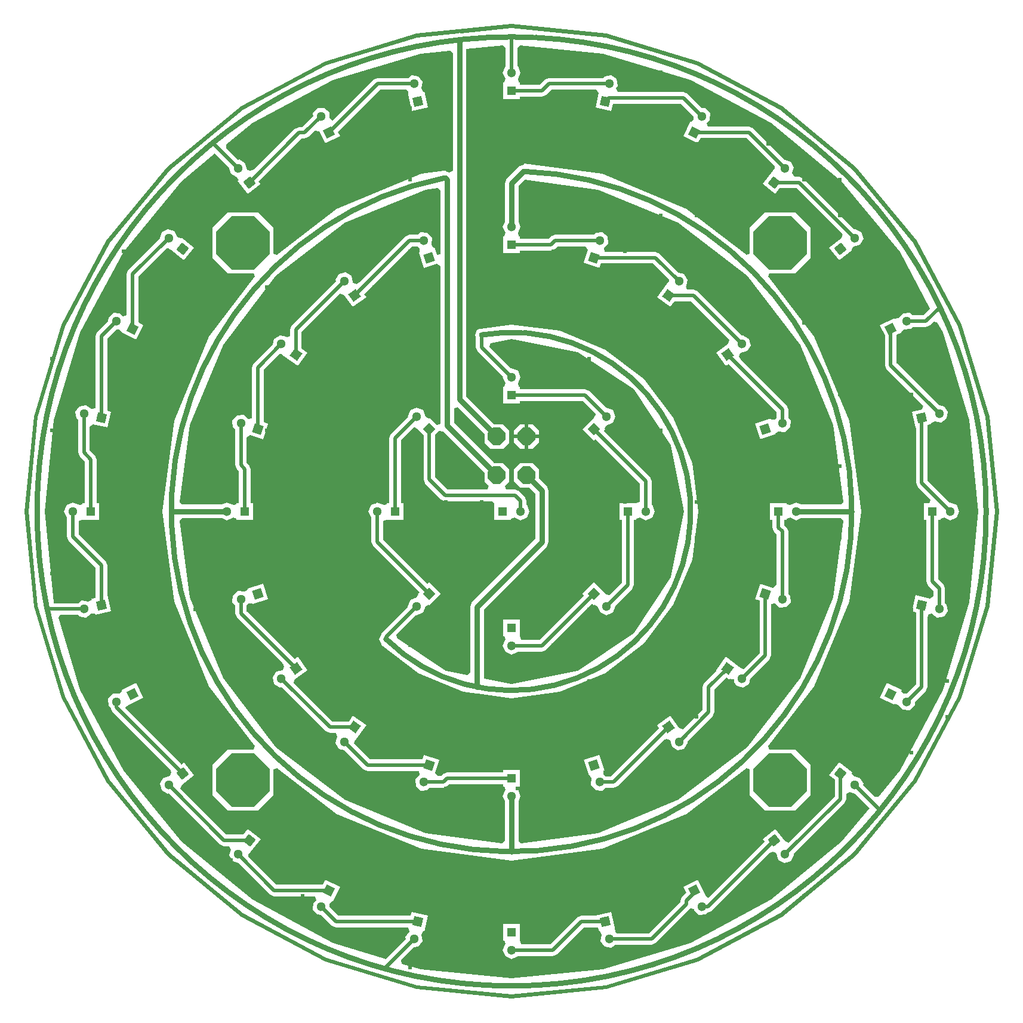
<source format=gtl>
G04*
G04 #@! TF.GenerationSoftware,Altium Limited,Altium Designer,18.1.7 (191)*
G04*
G04 Layer_Physical_Order=1*
G04 Layer_Color=255*
%FSLAX44Y44*%
%MOMM*%
G71*
G01*
G75*
%ADD15P,8.2479X8X22.5*%
%ADD45C,0.7620*%
%ADD46C,0.5080*%
%ADD47P,2.7060X8X202.5*%
%ADD48P,2.7060X8X292.5*%
%ADD49C,1.3000*%
%ADD50P,1.8385X4X270.0*%
%ADD51R,1.3000X1.3000*%
%ADD52R,1.3000X1.3000*%
%ADD53P,1.8385X4X173.6*%
%ADD54P,1.8385X4X237.9*%
%ADD55P,1.8385X4X302.1*%
%ADD56P,1.8385X4X366.4*%
%ADD57P,1.8385X4X70.7*%
%ADD58P,1.8385X4X207.0*%
%ADD59P,1.8385X4X297.0*%
%ADD60P,1.8385X4X160.7*%
%ADD61R,1.3000X1.3000*%
%ADD62P,1.8385X4X289.3*%
%ADD63P,1.8385X4X180.0*%
%ADD64P,1.8385X4X189.0*%
%ADD65P,1.8385X4X279.0*%
%ADD66P,1.8385X4X147.9*%
%ADD67P,1.8385X4X212.1*%
%ADD68P,1.8385X4X276.4*%
%ADD69P,1.8385X4X171.0*%
%ADD70P,1.8385X4X261.0*%
%ADD71P,1.8385X4X199.3*%
%ADD72P,1.8385X4X263.6*%
%ADD73P,1.8385X4X153.0*%
%ADD74P,1.8385X4X243.0*%
%ADD75R,1.3000X1.3000*%
%ADD76C,0.6096*%
G36*
X134840Y677888D02*
X264499Y638556D01*
X383993Y574685D01*
X488730Y488730D01*
X574685Y383993D01*
X638556Y264499D01*
X677888Y134840D01*
X691168Y0D01*
X677888Y-134840D01*
X638556Y-264499D01*
X574685Y-383993D01*
X488730Y-488730D01*
X383993Y-574685D01*
X264499Y-638556D01*
X134840Y-677888D01*
X0Y-691168D01*
X-134840Y-677888D01*
X-264499Y-638556D01*
X-383993Y-574685D01*
X-488730Y-488730D01*
X-574685Y-383993D01*
X-638556Y-264499D01*
X-677888Y-134840D01*
X-691168Y0D01*
X-677888Y134840D01*
X-638556Y264499D01*
X-574685Y383993D01*
X-488730Y488730D01*
X-383993Y574685D01*
X-264499Y638556D01*
X-134840Y677888D01*
X0Y691168D01*
X134840Y677888D01*
D02*
G37*
%LPC*%
G36*
X0Y685289D02*
X-72518Y678147D01*
X-73773Y678667D01*
X-75811Y677822D01*
X-133693Y672121D01*
X-262249Y633124D01*
X-380727Y569797D01*
X-484573Y484572D01*
X-569798Y380726D01*
X-633125Y262248D01*
X-672122Y133693D01*
X-685290Y-1D01*
X-672122Y-133694D01*
X-633125Y-262250D01*
X-569798Y-380728D01*
X-484573Y-484574D01*
X-380727Y-569799D01*
X-262249Y-633126D01*
X-133693Y-672123D01*
X0Y-685291D01*
X133693Y-672123D01*
X262249Y-633126D01*
X380727Y-569799D01*
X484573Y-484574D01*
X569798Y-380728D01*
X633125Y-262250D01*
X672122Y-133694D01*
X685290Y-1D01*
X672122Y133693D01*
X633125Y262248D01*
X569798Y380726D01*
X484573Y484572D01*
X380727Y569797D01*
X262249Y633124D01*
X133693Y672121D01*
X0Y685289D01*
D02*
G37*
%LPD*%
G36*
X-8248Y657724D02*
Y631418D01*
X-8863Y631163D01*
X-12534Y622300D01*
X-8863Y613437D01*
X-10170Y608480D01*
X-11580D01*
Y585320D01*
X11580D01*
Y588652D01*
X43180D01*
X49012Y591068D01*
X56394Y598450D01*
X120235D01*
X123555Y593370D01*
X118956Y573222D01*
X141536Y568068D01*
X143915Y578492D01*
X240522D01*
X258404Y560610D01*
X258175Y556533D01*
X254847Y552634D01*
X253577Y553246D01*
X243528Y532379D01*
X264394Y522331D01*
X267866Y529540D01*
X333327D01*
X373430Y489438D01*
X373190Y487008D01*
X370327Y482949D01*
X370328Y482949D01*
X355888Y464841D01*
X373995Y450401D01*
X380395Y458427D01*
X404440D01*
X469764Y393103D01*
X467808Y387875D01*
X450402Y373995D01*
X464842Y355887D01*
X482949Y370327D01*
X482070Y371429D01*
X485130Y375542D01*
X494349Y378198D01*
X498989Y386594D01*
X496333Y395812D01*
X487937Y400453D01*
X486233Y399962D01*
X413688Y472507D01*
X407856Y474923D01*
X400773D01*
X398167Y480003D01*
X400453Y487937D01*
X395813Y496333D01*
X387454Y498741D01*
X342575Y543620D01*
X336743Y546036D01*
X278629D01*
X276690Y551116D01*
X281299Y555234D01*
X281837Y564813D01*
X275444Y571966D01*
X270076Y572267D01*
X249771Y592572D01*
X243939Y594988D01*
X150594D01*
X147970Y600068D01*
X150695Y603909D01*
X149088Y613366D01*
X141264Y618917D01*
X131806Y617310D01*
X130128Y614945D01*
X52978D01*
X47146Y612530D01*
X39764Y605148D01*
X11580D01*
Y608480D01*
X10170D01*
X8863Y613437D01*
X12534Y622300D01*
X8863Y631163D01*
X8248Y631418D01*
Y657724D01*
X12012Y661135D01*
X129212Y649592D01*
X253459Y611902D01*
X367965Y550698D01*
X468330Y468330D01*
X550698Y367964D01*
X593663Y287583D01*
X584334Y278254D01*
X568822D01*
X564813Y281836D01*
X555235Y281299D01*
X548842Y274146D01*
X543809Y273173D01*
X543197Y274443D01*
X522331Y264394D01*
X529540Y249423D01*
Y207384D01*
X531956Y201552D01*
X583817Y149691D01*
X582411Y144809D01*
X568068Y141536D01*
X573222Y118956D01*
X573222D01*
X573687Y118585D01*
Y40365D01*
X576102Y34532D01*
X594362Y16272D01*
X592418Y11579D01*
X585320Y11579D01*
X585320Y-11581D01*
X588652D01*
Y-99423D01*
X591068Y-105255D01*
X598450Y-112636D01*
Y-120235D01*
X593370Y-123556D01*
X573222Y-118957D01*
X568068Y-141536D01*
X573686Y-142819D01*
Y-245329D01*
X560610Y-258405D01*
X556533Y-258176D01*
X552634Y-254847D01*
X553246Y-253577D01*
X532379Y-243528D01*
X522330Y-264395D01*
X543197Y-274443D01*
X543809Y-273173D01*
X548842Y-274146D01*
X555234Y-281299D01*
X564812Y-281837D01*
X571965Y-275445D01*
X572267Y-270076D01*
X587766Y-254577D01*
X590182Y-248745D01*
Y-151577D01*
X590647Y-146690D01*
X595101Y-145177D01*
X596085Y-145144D01*
X603908Y-150695D01*
X613366Y-149089D01*
X618917Y-141265D01*
X617310Y-131807D01*
X614945Y-130129D01*
Y-109220D01*
X612530Y-103388D01*
X605148Y-96006D01*
Y-11581D01*
X608480D01*
Y-10171D01*
X613437Y-8864D01*
X622300Y-12535D01*
X631163Y-8864D01*
X634834Y-1D01*
X631163Y8862D01*
X622300Y12533D01*
X621685Y12278D01*
X590182Y43781D01*
Y122827D01*
X595801Y124110D01*
X595487Y125484D01*
X600029Y127862D01*
X609487Y126255D01*
X617311Y131806D01*
X618918Y141264D01*
X613366Y149088D01*
X606599Y150237D01*
X546036Y210800D01*
Y250104D01*
X553246Y253576D01*
X552634Y254846D01*
X556533Y258175D01*
X566111Y258713D01*
X568832Y261758D01*
X587750D01*
X593582Y264174D01*
X598774Y269365D01*
X603799Y268620D01*
X611903Y253458D01*
X649593Y129211D01*
X662319Y-1D01*
X649593Y-129213D01*
X611903Y-253459D01*
X550698Y-367966D01*
X520403Y-404881D01*
X515329Y-405130D01*
X498498Y-388299D01*
X498988Y-386595D01*
X494348Y-378199D01*
X485130Y-375543D01*
X482069Y-371430D01*
X482948Y-370328D01*
X464841Y-355888D01*
X450401Y-373995D01*
X458427Y-380396D01*
Y-404440D01*
X393103Y-469764D01*
X387875Y-467808D01*
X373994Y-450402D01*
X355887Y-464842D01*
X358745Y-468427D01*
X279091Y-548081D01*
X276981Y-547400D01*
X274442Y-543198D01*
D01*
X264394Y-522331D01*
X243527Y-532380D01*
X247600Y-540836D01*
X241818Y-546618D01*
X239402Y-552450D01*
Y-554114D01*
X195066Y-598450D01*
X149223D01*
X146837Y-595824D01*
X146689Y-590648D01*
X146689D01*
X141535Y-568068D01*
X118956Y-573222D01*
Y-573222D01*
X118585Y-573687D01*
X98785D01*
X92953Y-576102D01*
X55004Y-614052D01*
X13954D01*
X13092Y-612934D01*
X11579Y-608480D01*
X11579D01*
Y-585320D01*
X-11581D01*
Y-608480D01*
X-10171D01*
X-8864Y-613437D01*
X-12535Y-622300D01*
X-8864Y-631163D01*
X-1Y-634834D01*
X8862Y-631163D01*
X9117Y-630548D01*
X58420D01*
X64252Y-628132D01*
X102202Y-590182D01*
X122827D01*
X124109Y-595801D01*
X125484Y-595487D01*
X127861Y-600029D01*
X126254Y-609487D01*
X131806Y-617311D01*
X141263Y-618918D01*
X146861Y-614946D01*
X198482D01*
X204314Y-612530D01*
X253471Y-563374D01*
X253547Y-563373D01*
X258608Y-564261D01*
X258712Y-566111D01*
X265865Y-572504D01*
X275443Y-571966D01*
X278166Y-568920D01*
X283995Y-566505D01*
X365922Y-484579D01*
X370327Y-482949D01*
X374748Y-484540D01*
X375542Y-485131D01*
X378198Y-494349D01*
X386594Y-498989D01*
X395812Y-496334D01*
X400452Y-487938D01*
X399962Y-486234D01*
X472507Y-413689D01*
X474923Y-407857D01*
Y-400774D01*
X480003Y-398168D01*
X487077Y-400206D01*
X507488Y-420617D01*
X468330Y-468331D01*
X367965Y-550699D01*
X253459Y-611904D01*
X129212Y-649594D01*
X0Y-662320D01*
X-129212Y-649594D01*
X-155555Y-641603D01*
X-156789Y-636675D01*
X-138574Y-618460D01*
X-131807Y-617310D01*
X-126256Y-609487D01*
X-127862Y-600029D01*
X-125485Y-595487D01*
X-124110Y-595801D01*
X-118957Y-573222D01*
X-141536Y-568068D01*
X-142819Y-573686D01*
X-245328D01*
X-258405Y-560610D01*
X-258176Y-556533D01*
X-254847Y-552634D01*
X-253577Y-553246D01*
X-243528Y-532379D01*
X-264395Y-522331D01*
X-267867Y-529540D01*
X-333327D01*
X-373430Y-489437D01*
X-373190Y-487008D01*
X-370328Y-482948D01*
X-370328Y-482948D01*
X-355888Y-464841D01*
X-373995Y-450401D01*
X-380395Y-458427D01*
X-404440D01*
X-469764Y-393103D01*
X-467808Y-387875D01*
X-450402Y-373994D01*
X-464842Y-355887D01*
X-468426Y-358746D01*
X-548080Y-279091D01*
X-547400Y-276981D01*
X-543197Y-274442D01*
D01*
X-522331Y-264394D01*
X-532380Y-243527D01*
X-553246Y-253576D01*
X-552635Y-254846D01*
X-556533Y-258175D01*
X-566111Y-258713D01*
X-572504Y-265866D01*
X-571966Y-275444D01*
X-568920Y-278166D01*
X-566505Y-283995D01*
X-484579Y-365922D01*
X-482949Y-370327D01*
X-484540Y-374748D01*
X-485131Y-375542D01*
X-494349Y-378198D01*
X-498989Y-386594D01*
X-496334Y-395812D01*
X-487937Y-400453D01*
X-486234Y-399962D01*
X-413689Y-472507D01*
X-407856Y-474923D01*
X-400774D01*
X-398168Y-480003D01*
X-400453Y-487937D01*
X-395813Y-496333D01*
X-387455Y-498741D01*
X-342576Y-543620D01*
X-336744Y-546036D01*
X-278630D01*
X-276691Y-551116D01*
X-281299Y-555234D01*
X-281837Y-564812D01*
X-275445Y-571965D01*
X-270076Y-572267D01*
X-254577Y-587766D01*
X-248745Y-590182D01*
X-151577D01*
X-146690Y-590647D01*
X-145177Y-595101D01*
X-145144Y-596085D01*
X-150695Y-603908D01*
X-150210Y-606767D01*
X-178181Y-634739D01*
X-253459Y-611904D01*
X-367965Y-550699D01*
X-468330Y-468331D01*
X-550698Y-367966D01*
X-611903Y-253459D01*
X-643044Y-150802D01*
X-640018Y-146722D01*
X-615044D01*
X-613366Y-149087D01*
X-603909Y-150694D01*
X-596085Y-145143D01*
X-590961Y-145314D01*
X-590647Y-146689D01*
X-568068Y-141535D01*
X-573222Y-118956D01*
X-573222D01*
X-573687Y-118585D01*
Y-75925D01*
X-576102Y-70093D01*
X-614052Y-32144D01*
Y-13954D01*
X-612934Y-13092D01*
X-608480Y-11580D01*
Y-11580D01*
X-585320D01*
Y11580D01*
X-588652D01*
Y73660D01*
X-591068Y79492D01*
X-598450Y86874D01*
Y120235D01*
X-593370Y123555D01*
X-573222Y118957D01*
X-568068Y141536D01*
X-573687Y142818D01*
Y245328D01*
X-560610Y258404D01*
X-556533Y258176D01*
X-552634Y254847D01*
X-553246Y253577D01*
X-532379Y243528D01*
X-522331Y264394D01*
X-529540Y267866D01*
Y333327D01*
X-489438Y373430D01*
X-487008Y373190D01*
X-482949Y370328D01*
X-482949Y370328D01*
X-464841Y355888D01*
X-450401Y373995D01*
X-468509Y388435D01*
X-469388Y387333D01*
X-474078Y389401D01*
X-478719Y397798D01*
X-487937Y400453D01*
X-496333Y395813D01*
X-498741Y387455D01*
X-543620Y342575D01*
X-546036Y336743D01*
Y278630D01*
X-551116Y276691D01*
X-555234Y281299D01*
X-564813Y281837D01*
X-571966Y275445D01*
X-572267Y270076D01*
X-587766Y254577D01*
X-590182Y248745D01*
Y151577D01*
X-590647Y146690D01*
X-595101Y145177D01*
X-596085Y145144D01*
X-603908Y150695D01*
X-613366Y149088D01*
X-618917Y141264D01*
X-617310Y131807D01*
X-614945Y130128D01*
Y83457D01*
X-612530Y77625D01*
X-605148Y70244D01*
Y11580D01*
X-608480D01*
Y10171D01*
X-613437Y8863D01*
X-622300Y12535D01*
X-631163Y8863D01*
X-634834Y0D01*
X-631163Y-8863D01*
X-630548Y-9117D01*
Y-35560D01*
X-628132Y-41392D01*
X-590182Y-79342D01*
Y-122827D01*
X-595801Y-124109D01*
X-595487Y-125484D01*
X-600029Y-127861D01*
X-609487Y-126255D01*
X-615085Y-130226D01*
X-649286D01*
X-649593Y-129213D01*
X-662319Y-1D01*
X-649593Y129211D01*
X-611903Y253458D01*
X-550698Y367964D01*
X-468330Y468330D01*
X-420616Y507488D01*
X-400205Y487077D01*
X-397797Y478719D01*
X-389401Y474079D01*
X-387332Y469388D01*
X-388434Y468509D01*
X-373994Y450402D01*
X-355887Y464842D01*
X-358746Y468426D01*
X-298262Y528910D01*
X-293521D01*
X-287689Y531326D01*
X-278695Y540319D01*
X-272554Y539276D01*
X-264394Y522331D01*
X-243527Y532380D01*
X-246518Y538591D01*
X-186659Y598450D01*
X-149224D01*
X-146837Y595824D01*
X-146689Y590647D01*
X-146689D01*
X-141535Y568068D01*
X-118956Y573222D01*
X-124110Y595801D01*
X-125484Y595487D01*
X-127862Y600029D01*
X-126255Y609487D01*
X-131806Y617311D01*
X-141264Y618918D01*
X-146862Y614945D01*
X-190076D01*
X-195908Y612530D01*
X-253901Y554536D01*
X-258223Y557398D01*
X-258713Y566111D01*
X-265866Y572504D01*
X-275444Y571966D01*
X-281836Y564813D01*
X-281607Y560736D01*
X-296937Y545406D01*
X-301678D01*
X-307510Y542990D01*
X-365922Y484578D01*
X-370327Y482949D01*
X-374748Y484540D01*
X-375542Y485131D01*
X-378198Y494349D01*
X-386594Y498989D01*
X-388298Y498498D01*
X-405128Y515329D01*
X-404879Y520403D01*
X-367965Y550698D01*
X-253459Y611902D01*
X-129212Y649592D01*
X-87159Y653734D01*
X-83395Y650322D01*
Y483324D01*
X-84873Y482138D01*
X-88475Y480579D01*
X-91552Y481853D01*
X-94184Y482943D01*
X-96125Y483077D01*
X-96125Y483076D01*
X-128305Y478840D01*
X-247866Y429316D01*
X-333264Y363788D01*
X-337820Y366035D01*
Y402590D01*
X-359410Y424180D01*
X-402590D01*
X-424180Y402590D01*
Y359410D01*
X-402590Y337820D01*
X-366035D01*
X-363788Y333264D01*
X-429316Y247866D01*
X-478840Y128305D01*
X-495732Y0D01*
X-478840Y-128304D01*
X-429316Y-247865D01*
X-363787Y-333264D01*
X-366034Y-337820D01*
X-402590D01*
X-424180Y-359410D01*
Y-402590D01*
X-402590Y-424180D01*
X-359410D01*
X-337820Y-402590D01*
Y-366034D01*
X-333264Y-363787D01*
X-247866Y-429315D01*
X-128305Y-478839D01*
X-1Y-495731D01*
X128304Y-478839D01*
X247865Y-429315D01*
X333264Y-363786D01*
X337820Y-366033D01*
Y-402590D01*
X359410Y-424180D01*
X402590D01*
X424180Y-402590D01*
Y-359410D01*
X402590Y-337820D01*
X366033D01*
X363786Y-333264D01*
X429315Y-247865D01*
X478839Y-128304D01*
X495730Y0D01*
X478839Y128305D01*
X429315Y247866D01*
X363787Y333264D01*
X366034Y337820D01*
X402590D01*
X424180Y359410D01*
Y402590D01*
X402590Y424180D01*
X359410D01*
X337820Y402590D01*
Y366034D01*
X333264Y363787D01*
X247865Y429316D01*
X128304Y478840D01*
X17274Y493457D01*
X17229Y492149D01*
X16884Y491927D01*
X10080Y489109D01*
X-6804Y472225D01*
X-9622Y465421D01*
Y410889D01*
X-12534Y403860D01*
X-8863Y394997D01*
X-10170Y390040D01*
X-11580D01*
Y366880D01*
X11580D01*
Y370212D01*
X55880D01*
X61712Y372628D01*
X64930Y375846D01*
X104602D01*
X108293Y370766D01*
X102359Y352502D01*
X124385Y345345D01*
X126447Y351689D01*
X200759D01*
X223293Y329156D01*
X223069Y326326D01*
X219891Y322355D01*
X219891Y322355D01*
X206278Y303619D01*
X225015Y290006D01*
X230774Y297933D01*
X254516D01*
X308945Y243503D01*
X307522Y237742D01*
X290006Y225015D01*
X303619Y206278D01*
X307715Y209254D01*
X375846Y141124D01*
Y132984D01*
X372926Y130490D01*
X367807Y130202D01*
X367372Y131542D01*
X345345Y124385D01*
X352502Y102359D01*
X374529Y109516D01*
X374093Y110857D01*
X378403Y113632D01*
X387967Y112879D01*
X395262Y119109D01*
X396014Y128673D01*
X392341Y132973D01*
Y144540D01*
X389926Y150372D01*
X324570Y215728D01*
X322356Y219891D01*
X324140Y224232D01*
X324769Y225003D01*
X334097Y227243D01*
X339109Y235422D01*
X336870Y244750D01*
X328690Y249763D01*
X326532Y249245D01*
X263764Y312013D01*
X257932Y314428D01*
X248829D01*
X247485Y319195D01*
X247558Y319508D01*
X249763Y328690D01*
X244750Y336870D01*
X237061Y338716D01*
X210008Y365769D01*
X204176Y368185D01*
X131523D01*
X130779Y373265D01*
X136720Y380220D01*
X135968Y389784D01*
X128673Y396014D01*
X119109Y395262D01*
X116615Y392341D01*
X61514D01*
X55682Y389926D01*
X52464Y386708D01*
X11580D01*
Y390040D01*
X10170D01*
X8863Y394997D01*
X12534Y403860D01*
X9622Y410889D01*
Y461435D01*
X18434Y470247D01*
X122336Y456568D01*
X236336Y409348D01*
X334230Y334231D01*
X409347Y236337D01*
X456567Y122337D01*
X470904Y13442D01*
X467554Y9622D01*
X410889D01*
X403860Y12534D01*
X394997Y8863D01*
X390040Y10170D01*
Y11580D01*
X366880D01*
Y-11580D01*
X370212D01*
Y-22860D01*
X372628Y-28692D01*
X375846Y-31910D01*
Y-104602D01*
X370766Y-108293D01*
X352502Y-102359D01*
X345345Y-124385D01*
X351689Y-126447D01*
Y-200759D01*
X329156Y-223293D01*
X326326Y-223069D01*
X322355Y-219891D01*
X322355Y-219891D01*
X303619Y-206278D01*
X290006Y-225015D01*
Y-225015D01*
X290148Y-226822D01*
X273568Y-243402D01*
X271152Y-249234D01*
Y-281296D01*
X243503Y-308945D01*
X237742Y-307522D01*
X225015Y-290006D01*
X206278Y-303619D01*
X209254Y-307715D01*
X141124Y-375846D01*
X132984D01*
X130490Y-372926D01*
X130201Y-367807D01*
X131542Y-367372D01*
X124385Y-345345D01*
X102359Y-352502D01*
X109516Y-374529D01*
X110857Y-374093D01*
X113632Y-378403D01*
X112879Y-387967D01*
X119109Y-395262D01*
X128673Y-396014D01*
X132973Y-392341D01*
X144540D01*
X150372Y-389926D01*
X215728Y-324570D01*
X219891Y-322356D01*
X224232Y-324140D01*
X225003Y-324769D01*
X227243Y-334097D01*
X235422Y-339109D01*
X244750Y-336870D01*
X249763Y-328690D01*
X249245Y-326532D01*
X285232Y-290545D01*
X287648Y-284713D01*
Y-252650D01*
X304646Y-235652D01*
X308743Y-238628D01*
X309571Y-237488D01*
X314350Y-239344D01*
X319362Y-247523D01*
X328690Y-249763D01*
X336870Y-244750D01*
X338716Y-237061D01*
X365769Y-210008D01*
X368185Y-204176D01*
Y-131523D01*
X373265Y-130779D01*
X380220Y-136720D01*
X389784Y-135968D01*
X396014Y-128673D01*
X395262Y-119109D01*
X392341Y-116615D01*
Y-28494D01*
X389926Y-22662D01*
X386708Y-19444D01*
Y-11580D01*
X390040D01*
Y-10170D01*
X394997Y-8863D01*
X403860Y-12534D01*
X410889Y-9622D01*
X467554D01*
X470904Y-13442D01*
X456567Y-122337D01*
X409347Y-236336D01*
X334230Y-334230D01*
X236336Y-409347D01*
X122336Y-456567D01*
X13442Y-470904D01*
X9622Y-467554D01*
Y-410889D01*
X12534Y-403860D01*
X8863Y-394997D01*
X10170Y-390040D01*
X11580D01*
Y-366880D01*
X-11580D01*
Y-370212D01*
X-91440D01*
X-97272Y-372628D01*
X-99914Y-375270D01*
X-105219Y-374998D01*
X-108293Y-370766D01*
X-102359Y-352502D01*
X-124385Y-345345D01*
X-126447Y-351689D01*
X-200759D01*
X-223293Y-329156D01*
X-223069Y-326326D01*
X-219891Y-322355D01*
X-219891Y-322355D01*
X-206278Y-303619D01*
X-225015Y-290006D01*
X-230774Y-297933D01*
X-254516D01*
X-308945Y-243503D01*
X-307522Y-237742D01*
X-290006Y-225015D01*
X-303619Y-206278D01*
X-307715Y-209254D01*
X-375846Y-141124D01*
Y-132984D01*
X-372926Y-130490D01*
X-367807Y-130201D01*
X-367372Y-131542D01*
X-345345Y-124385D01*
X-352502Y-102359D01*
X-374529Y-109516D01*
X-374093Y-110857D01*
X-378403Y-113632D01*
X-387967Y-112879D01*
X-395262Y-119109D01*
X-396014Y-128673D01*
X-392341Y-132973D01*
Y-144540D01*
X-389926Y-150372D01*
X-324570Y-215728D01*
X-322356Y-219891D01*
X-324140Y-224232D01*
X-324769Y-225003D01*
X-334097Y-227243D01*
X-339109Y-235422D01*
X-336870Y-244750D01*
X-328690Y-249763D01*
X-326532Y-249245D01*
X-263764Y-312013D01*
X-257932Y-314428D01*
X-248829D01*
X-247485Y-319195D01*
X-247558Y-319508D01*
X-249763Y-328690D01*
X-244750Y-336870D01*
X-237061Y-338716D01*
X-210008Y-365769D01*
X-204176Y-368185D01*
X-131523D01*
X-130779Y-373265D01*
X-136720Y-380220D01*
X-135968Y-389784D01*
X-128673Y-396014D01*
X-119109Y-395262D01*
X-116615Y-392341D01*
X-97074D01*
X-91242Y-389926D01*
X-88024Y-386708D01*
X-11580D01*
Y-390040D01*
X-10170D01*
X-8863Y-394997D01*
X-12534Y-403860D01*
X-9622Y-410889D01*
Y-467554D01*
X-13442Y-470904D01*
X-122338Y-456567D01*
X-236338Y-409347D01*
X-334231Y-334230D01*
X-409348Y-236336D01*
X-456568Y-122337D01*
X-470905Y-13442D01*
X-467555Y-9622D01*
X-410889D01*
X-403860Y-12534D01*
X-394997Y-8863D01*
X-390040Y-10170D01*
Y-11580D01*
X-366880D01*
Y11580D01*
X-370212D01*
Y60266D01*
X-372628Y66098D01*
X-375846Y69316D01*
Y104602D01*
X-370766Y108293D01*
X-352502Y102359D01*
X-345345Y124385D01*
X-351689Y126447D01*
Y200759D01*
X-329156Y223293D01*
X-326326Y223069D01*
X-322355Y219891D01*
X-322355Y219891D01*
X-303619Y206278D01*
X-290006Y225015D01*
X-297933Y230774D01*
Y254515D01*
X-243503Y308945D01*
X-237742Y307522D01*
X-225015Y290006D01*
X-206278Y303619D01*
X-209254Y307715D01*
X-141124Y375846D01*
X-132984D01*
X-130490Y372926D01*
X-130201Y367807D01*
X-131542Y367372D01*
X-124385Y345345D01*
X-106143Y351273D01*
X-101062Y347582D01*
Y124623D01*
X-106143Y122519D01*
X-116743Y133120D01*
X-117740Y132123D01*
X-122170Y134704D01*
X-125841Y143567D01*
X-134704Y147238D01*
X-143567Y143567D01*
X-147238Y134704D01*
X-146983Y134089D01*
X-170932Y110140D01*
X-173348Y104308D01*
Y11580D01*
X-176680D01*
Y10170D01*
X-181637Y8863D01*
X-190500Y12534D01*
X-199363Y8863D01*
X-203034Y0D01*
X-199363Y-8863D01*
X-198748Y-9118D01*
Y-42987D01*
X-196332Y-48819D01*
X-130764Y-114387D01*
X-133120Y-116743D01*
X-132123Y-117740D01*
X-134704Y-122170D01*
X-143567Y-125841D01*
X-147238Y-134704D01*
X-146983Y-135319D01*
X-184018Y-172353D01*
X-184744Y-174107D01*
X-184990Y-174209D01*
X-187808Y-181013D01*
X-184990Y-187817D01*
X-184972Y-187907D01*
X-185827Y-188776D01*
X-132579Y-229634D01*
X-68628Y-256123D01*
X-49373Y-258658D01*
X-48825Y-258886D01*
X-48541Y-258768D01*
X0Y-265159D01*
X68628Y-256123D01*
X132579Y-229634D01*
X187496Y-187495D01*
X229634Y-132579D01*
X256124Y-68628D01*
X265159Y0D01*
X256124Y68628D01*
X229634Y132579D01*
X187496Y187495D01*
X132579Y229634D01*
X68628Y256123D01*
X0Y265159D01*
X-44090Y259354D01*
X-44097Y259397D01*
X-49373Y257211D01*
X-52191Y250407D01*
X-50817Y247089D01*
Y233069D01*
X-48401Y227237D01*
X-12279Y191115D01*
X-12534Y190500D01*
X-8863Y181637D01*
X-10170Y176680D01*
X-11580D01*
Y153520D01*
X11580D01*
Y156852D01*
X100891D01*
X119004Y138739D01*
X118823Y137338D01*
X116743Y133120D01*
X100367Y116743D01*
X116743Y100367D01*
X119100Y102723D01*
X182252Y39570D01*
Y13954D01*
X181133Y13093D01*
X176680Y11580D01*
Y11580D01*
X153520D01*
Y-11580D01*
X156852D01*
Y-100891D01*
X138739Y-119004D01*
X137338Y-118823D01*
X133120Y-116743D01*
X116743Y-100367D01*
X100367Y-116743D01*
X102723Y-119100D01*
X39570Y-182252D01*
X13954D01*
X13093Y-181133D01*
X11580Y-176680D01*
X11580D01*
Y-153520D01*
X-11580D01*
Y-176680D01*
X-10170D01*
X-8863Y-181637D01*
X-12534Y-190500D01*
X-8863Y-199363D01*
X0Y-203034D01*
X8863Y-199363D01*
X9118Y-198748D01*
X42987D01*
X48819Y-196332D01*
X114387Y-130764D01*
X116743Y-133120D01*
X117740Y-132123D01*
X122170Y-134704D01*
X125841Y-143567D01*
X134704Y-147238D01*
X143567Y-143567D01*
X147238Y-134704D01*
X146983Y-134089D01*
X170932Y-110140D01*
X173348Y-104308D01*
Y-11580D01*
X176680D01*
Y-10170D01*
X181637Y-8863D01*
X190500Y-12534D01*
X199363Y-8863D01*
X203034Y0D01*
X199363Y8863D01*
X198748Y9118D01*
Y42987D01*
X196332Y48819D01*
X130764Y114387D01*
X133120Y116743D01*
X132123Y117740D01*
X134704Y122170D01*
X143567Y125841D01*
X147238Y134704D01*
X143567Y143567D01*
X134704Y147238D01*
X134089Y146983D01*
X110140Y170932D01*
X104308Y173348D01*
X11580D01*
Y176680D01*
X10170D01*
X8863Y181637D01*
X12534Y190500D01*
X8863Y199363D01*
X0Y203034D01*
X-615Y202779D01*
X-31186Y233350D01*
X-29513Y238862D01*
X0Y244732D01*
X93655Y226103D01*
X173052Y173052D01*
X226103Y93655D01*
X244733Y0D01*
X226103Y-93655D01*
X173052Y-173052D01*
X93655Y-226103D01*
X0Y-244732D01*
X-39202Y-236935D01*
Y-139171D01*
X49791Y-50177D01*
X52609Y-43373D01*
Y29252D01*
X49791Y36056D01*
X38579Y47268D01*
Y60030D01*
X29789Y68820D01*
X12209D01*
X3419Y60030D01*
Y42450D01*
X12209Y33660D01*
X24971D01*
X33364Y25266D01*
Y-39388D01*
X-55629Y-128381D01*
X-58447Y-135185D01*
Y-229103D01*
X-62374Y-232325D01*
X-93655Y-226103D01*
X-162731Y-179948D01*
X-163229Y-174893D01*
X-135319Y-146983D01*
X-134704Y-147238D01*
X-125841Y-143567D01*
X-122170Y-134704D01*
X-117740Y-132123D01*
X-116743Y-133120D01*
X-100367Y-116743D01*
X-116743Y-100367D01*
X-119100Y-102723D01*
X-182252Y-39570D01*
Y-13954D01*
X-181133Y-13093D01*
X-176680Y-11580D01*
Y-11580D01*
X-153520D01*
Y11580D01*
X-156852D01*
Y100891D01*
X-138739Y119004D01*
X-137338Y118823D01*
X-133120Y116743D01*
X-124991Y108615D01*
Y45623D01*
X-122575Y39791D01*
X-99812Y17028D01*
X-93980Y14612D01*
X-28104D01*
X-24280Y11580D01*
X-24280Y9532D01*
Y-11580D01*
X-1120D01*
Y-10170D01*
X3837Y-8863D01*
X12700Y-12534D01*
X21563Y-8863D01*
X25234Y0D01*
X21563Y8863D01*
X20948Y9118D01*
Y15240D01*
X18532Y21072D01*
X10912Y28692D01*
X5080Y31108D01*
X-7579D01*
X-9683Y36188D01*
X-3421Y42450D01*
Y60030D01*
X-12211Y68820D01*
X-24973D01*
X-81818Y125665D01*
Y146264D01*
X-76737Y148368D01*
X-38581Y110212D01*
Y97450D01*
X-29791Y88660D01*
X-12211D01*
X-3421Y97450D01*
Y115030D01*
X-12211Y123820D01*
X-24973D01*
X-64151Y162997D01*
Y656000D01*
X-12012Y661135D01*
X-8248Y657724D01*
D02*
G37*
G36*
X-101062Y455517D02*
Y364951D01*
X-106143Y364146D01*
X-109516Y374528D01*
X-110857Y374093D01*
X-113632Y378403D01*
X-112879Y387967D01*
X-119109Y395262D01*
X-128673Y396014D01*
X-132973Y392342D01*
X-144540D01*
X-150372Y389926D01*
X-215728Y324570D01*
X-219891Y322356D01*
X-224232Y324140D01*
X-225003Y324769D01*
X-227243Y334097D01*
X-235422Y339109D01*
X-244750Y336870D01*
X-249763Y328690D01*
X-249245Y326532D01*
X-312013Y263764D01*
X-314428Y257932D01*
Y248829D01*
X-319195Y247485D01*
X-319508Y247558D01*
X-328690Y249763D01*
X-336870Y244750D01*
X-338716Y237061D01*
X-365769Y210008D01*
X-368185Y204176D01*
Y131523D01*
X-373265Y130779D01*
X-380220Y136720D01*
X-389784Y135968D01*
X-396014Y128673D01*
X-395262Y119109D01*
X-392342Y116615D01*
Y65900D01*
X-389926Y60068D01*
X-386708Y56850D01*
Y11580D01*
X-390040D01*
Y10170D01*
X-394997Y8863D01*
X-403860Y12534D01*
X-410889Y9622D01*
X-467555D01*
X-470905Y13442D01*
X-456568Y122337D01*
X-409348Y236337D01*
X-334231Y334231D01*
X-236338Y409348D01*
X-122338Y456568D01*
X-104882Y458866D01*
X-101062Y455517D01*
D02*
G37*
G36*
X-96700Y113331D02*
X-38581Y55212D01*
Y42450D01*
X-32319Y36188D01*
X-34423Y31108D01*
X-90564D01*
X-108496Y49040D01*
Y108615D01*
X-103301Y113809D01*
X-102305Y114019D01*
X-96700Y113331D01*
D02*
G37*
%LPC*%
G36*
X29749Y123740D02*
X23499D01*
Y108740D01*
X38499D01*
Y114990D01*
X29749Y123740D01*
D02*
G37*
G36*
X18499D02*
X12249D01*
X3499Y114990D01*
Y108740D01*
X18499D01*
Y123740D01*
D02*
G37*
G36*
X38499Y103740D02*
X23499D01*
Y88740D01*
X29749D01*
X38499Y97490D01*
Y103740D01*
D02*
G37*
G36*
X18499D02*
X3499D01*
Y97490D01*
X12249Y88740D01*
X18499D01*
Y103740D01*
D02*
G37*
%LPD*%
D15*
X-381000Y-381000D02*
D03*
X381000D02*
D03*
Y381000D02*
D03*
X-381000D02*
D03*
D45*
X-94184Y473321D02*
G03*
X16884Y482305I94184J-473320D01*
G01*
X673100Y-1D02*
G03*
X673100Y-1I-673100J0D01*
G01*
X-178186Y-181013D02*
G03*
X-42569Y250407I178186J181013D01*
G01*
X0Y465421D02*
X16884Y482305D01*
X403860Y0D02*
X482600D01*
X0Y-482600D02*
Y-403860D01*
X-94184Y473321D02*
X-91440Y470577D01*
X-482601Y0D02*
X-403860D01*
X0Y403860D02*
Y465421D01*
X-73773Y159012D02*
Y669044D01*
Y159012D02*
X-21001Y106240D01*
X-91440Y121679D02*
X-21001Y51240D01*
X-91440Y121679D02*
Y470577D01*
X-48825Y-249263D02*
Y-135185D01*
X42987Y-43373D02*
Y29252D01*
X20999Y51240D02*
X42987Y29252D01*
X-48825Y-135185D02*
X42987Y-43373D01*
D46*
X587750Y270006D02*
X607527Y289783D01*
X0Y673099D02*
Y673099D01*
X0D02*
X0Y673099D01*
Y622300D02*
Y673099D01*
X522414Y-423879D02*
X522868D01*
X-425122Y521856D02*
X-423320D01*
X-658666Y-138645D02*
X-658495Y-138474D01*
X-180545Y-648435D02*
X-180213D01*
X-42569Y233069D02*
Y250407D01*
X-178186Y-181013D02*
Y-178186D01*
X0Y596900D02*
X43180D01*
X52978Y606698D01*
X138475D01*
X132823Y581934D02*
X137628Y586740D01*
X243939D01*
X270006Y560673D01*
X258985Y537788D02*
X336743D01*
X387998Y486534D01*
X372161Y466675D02*
X407856D01*
X486534Y387998D01*
X537788Y207384D02*
Y258985D01*
Y207384D02*
X606698Y138475D01*
X581935Y40365D02*
Y132823D01*
Y40365D02*
X622300Y-1D01*
X596900Y-99423D02*
Y-1D01*
Y-99423D02*
X606698Y-109220D01*
Y-138476D02*
Y-109220D01*
X581934Y-248745D02*
Y-132823D01*
X560673Y-270007D02*
X581934Y-248745D01*
X387997Y-486534D02*
X466675Y-407857D01*
Y-372162D01*
X270005Y-560673D02*
X278163D01*
X372160Y-466676D01*
X138474Y-606698D02*
X198482D01*
X258985Y-541115D02*
Y-537789D01*
X247650Y-552450D02*
X258985Y-541115D01*
X247650Y-557530D02*
Y-552450D01*
X198482Y-606698D02*
X247650Y-557530D01*
X-1Y-622300D02*
X58420D01*
X98785Y-581935D01*
X132822D01*
X-248745Y-581934D02*
X-132823D01*
X-270006Y-560673D02*
X-248745Y-581934D01*
X-336744Y-537788D02*
X-258986D01*
X-387998Y-486533D02*
X-336744Y-537788D01*
X-407856Y-466675D02*
X-372161D01*
X-486534Y-387997D02*
X-407856Y-466675D01*
X-560673Y-278163D02*
X-466675Y-372161D01*
X-560673Y-278163D02*
Y-270005D01*
X-581935Y-132822D02*
Y-75925D01*
X-622300Y-35560D02*
X-581935Y-75925D01*
X-622300Y-35560D02*
Y0D01*
X-596900D02*
Y73660D01*
X-606698Y83457D02*
X-596900Y73660D01*
X-606698Y83457D02*
Y138475D01*
X-581934Y132823D02*
Y248745D01*
X-560673Y270006D01*
X-537788Y258986D02*
Y336743D01*
X-486534Y387998D01*
X-293521Y537158D02*
X-270006Y560673D01*
X-301678Y537158D02*
X-293521D01*
X-372161Y466675D02*
X-301678Y537158D01*
X-258985Y537788D02*
X-190076Y606698D01*
X-138475D01*
X-222453Y306181D02*
X-144540Y384094D01*
X-124800D01*
X-306181Y222453D02*
Y257932D01*
X-237383Y326730D01*
X-359937Y116951D02*
Y204176D01*
X-326730Y237383D01*
X-378460Y0D02*
Y60266D01*
X-384094Y65900D02*
X-378460Y60266D01*
X-384094Y65900D02*
Y124800D01*
X-384094Y-144540D02*
X-306181Y-222453D01*
X-384094Y-144540D02*
Y-124800D01*
X-257932Y-306181D02*
X-222453D01*
X-326730Y-237383D02*
X-257932Y-306181D01*
X-204176Y-359937D02*
X-116951D01*
X-237383Y-326730D02*
X-204176Y-359937D01*
X-91440Y-378460D02*
X0D01*
X-97074Y-384094D02*
X-91440Y-378460D01*
X-124800Y-384094D02*
X-97074D01*
X144540Y-384094D02*
X222453Y-306181D01*
X124800Y-384094D02*
X144540D01*
X237383Y-326730D02*
X279400Y-284713D01*
Y-249234D01*
X306181Y-222453D01*
X326730Y-237383D02*
X359937Y-204176D01*
Y-116951D01*
X384094Y-124800D02*
Y-28494D01*
X378460Y-22860D02*
X384094Y-28494D01*
X378460Y-22860D02*
Y0D01*
X384094Y124800D02*
Y144540D01*
X306181Y222453D02*
X384094Y144540D01*
X222453Y306181D02*
X257932D01*
X326730Y237383D01*
X116951Y359937D02*
X204176D01*
X237383Y326730D01*
X61514Y384094D02*
X124800D01*
X55880Y378460D02*
X61514Y384094D01*
X0Y378460D02*
X55880D01*
X0Y165100D02*
X104308D01*
X134704Y134704D01*
X116743Y116743D02*
X190500Y42987D01*
Y0D02*
Y42987D01*
X165100Y-104308D02*
Y0D01*
X134704Y-134704D02*
X165100Y-104308D01*
X42987Y-190500D02*
X116743Y-116743D01*
X0Y-190500D02*
X42987D01*
X-190500Y-42987D02*
Y0D01*
Y-42987D02*
X-116743Y-116743D01*
X-165100Y0D02*
Y104308D01*
X-134704Y134704D01*
X12700Y0D02*
Y15240D01*
X5080Y22860D02*
X12700Y15240D01*
X-93980Y22860D02*
X5080D01*
X-116743Y45623D02*
X-93980Y22860D01*
X-116743Y45623D02*
Y116743D01*
X-658495Y-138474D02*
X-606698D01*
X-423320Y521856D02*
X-387998Y486534D01*
X560673Y270006D02*
X587750D01*
X486533Y-387998D02*
X522414Y-423879D01*
X-180213Y-648435D02*
X-138475Y-606698D01*
X-178186Y-178186D02*
X-134704Y-134704D01*
X-42569Y233069D02*
X0Y190500D01*
D47*
X20999Y106240D02*
D03*
X-21001Y106240D02*
D03*
D48*
X20999Y51240D02*
D03*
X-21001Y51240D02*
D03*
D49*
X-134704Y-134704D02*
D03*
X0Y190500D02*
D03*
X-403860Y0D02*
D03*
X0Y-403860D02*
D03*
X403860Y0D02*
D03*
X-387998Y486534D02*
D03*
X-606698Y-138474D02*
D03*
X-138475Y-606698D02*
D03*
X486533Y-387998D02*
D03*
X560673Y270006D02*
D03*
X-190500Y0D02*
D03*
X134704Y134704D02*
D03*
X-384094Y124800D02*
D03*
X-124800Y-384094D02*
D03*
X384094Y-124800D02*
D03*
X124800Y384094D02*
D03*
X-270006Y560673D02*
D03*
X-622300Y0D02*
D03*
X-270006Y-560673D02*
D03*
X387997Y-486534D02*
D03*
X606698Y138475D02*
D03*
X138475Y606698D02*
D03*
X-134704Y134704D02*
D03*
X190500Y0D02*
D03*
X-326730Y237383D02*
D03*
X-237383Y-326730D02*
D03*
X326730Y-237383D02*
D03*
X237383Y326730D02*
D03*
X-138475Y606698D02*
D03*
X-606698Y138475D02*
D03*
X-387998Y-486533D02*
D03*
X270005Y-560673D02*
D03*
X622300Y-1D02*
D03*
X270006Y560673D02*
D03*
X12700Y0D02*
D03*
X134704Y-134704D02*
D03*
X-237383Y326730D02*
D03*
X-326730Y-237383D02*
D03*
X237383Y-326730D02*
D03*
X326730Y237383D02*
D03*
X-560673Y270006D02*
D03*
X-486534Y-387997D02*
D03*
X138474Y-606698D02*
D03*
X606698Y-138476D02*
D03*
X387998Y486534D02*
D03*
X0Y-190500D02*
D03*
X-124800Y384094D02*
D03*
X-384094Y-124800D02*
D03*
X124800Y-384094D02*
D03*
X384094Y124800D02*
D03*
X-486534Y387998D02*
D03*
X-560673Y-270005D02*
D03*
X-1Y-622300D02*
D03*
X560673Y-270007D02*
D03*
X486534Y387998D02*
D03*
X0Y622300D02*
D03*
X0Y403860D02*
D03*
D50*
X-116743Y-116743D02*
D03*
X116743Y116743D02*
D03*
D51*
X0Y165100D02*
D03*
Y-378460D02*
D03*
Y-165100D02*
D03*
X-1Y-596900D02*
D03*
X0Y378460D02*
D03*
D52*
X-378460Y0D02*
D03*
X378460D02*
D03*
X-165100D02*
D03*
X165100D02*
D03*
X596900Y-1D02*
D03*
X-12700Y0D02*
D03*
D53*
X-372161Y466675D02*
D03*
X372160Y-466676D02*
D03*
D54*
X-581935Y-132822D02*
D03*
X581935Y132823D02*
D03*
D55*
X-132823Y-581934D02*
D03*
X132823Y581934D02*
D03*
D56*
X466675Y-372162D02*
D03*
X-466675Y372161D02*
D03*
D57*
X537788Y258985D02*
D03*
X-537789Y-258985D02*
D03*
D58*
X-359937Y116951D02*
D03*
X359937Y-116951D02*
D03*
D59*
X-116951Y-359937D02*
D03*
X116951Y359937D02*
D03*
D60*
X-258985Y537788D02*
D03*
X258985Y-537789D02*
D03*
D61*
X-596900Y0D02*
D03*
D62*
X-258986Y-537788D02*
D03*
X258985Y537788D02*
D03*
D63*
X-116743Y116743D02*
D03*
X116743Y-116743D02*
D03*
D64*
X-306181Y222453D02*
D03*
X306181Y-222453D02*
D03*
D65*
X-222453Y-306181D02*
D03*
X222453Y306181D02*
D03*
D66*
X-132823Y581935D02*
D03*
X132822Y-581935D02*
D03*
D67*
X-581934Y132823D02*
D03*
X581934Y-132823D02*
D03*
D68*
X-372161Y-466675D02*
D03*
X372161Y466675D02*
D03*
D69*
X-222453Y306181D02*
D03*
X222453Y-306181D02*
D03*
D70*
X-306181Y-222453D02*
D03*
X306181Y222453D02*
D03*
D71*
X-537788Y258986D02*
D03*
X537788Y-258986D02*
D03*
D72*
X-466675Y-372161D02*
D03*
X466675Y372161D02*
D03*
D73*
X-116951Y359937D02*
D03*
X116951Y-359937D02*
D03*
D74*
X-359937Y-116951D02*
D03*
X359937Y116951D02*
D03*
D75*
X0Y596900D02*
D03*
D76*
X-652205Y-87787D02*
D03*
Y-36987D02*
D03*
Y13813D02*
D03*
Y64613D02*
D03*
Y115413D02*
D03*
Y217013D02*
D03*
X-601405Y-240187D02*
D03*
Y-189387D02*
D03*
Y-87787D02*
D03*
Y-36987D02*
D03*
Y166213D02*
D03*
Y217013D02*
D03*
Y267813D02*
D03*
X-550605Y-341787D02*
D03*
Y-240187D02*
D03*
Y-189387D02*
D03*
Y-138587D02*
D03*
Y-87787D02*
D03*
Y-36987D02*
D03*
Y13813D02*
D03*
Y64613D02*
D03*
Y115413D02*
D03*
Y166213D02*
D03*
Y217013D02*
D03*
Y318613D02*
D03*
Y369413D02*
D03*
X-499805Y-392587D02*
D03*
Y-290987D02*
D03*
Y-189387D02*
D03*
Y-138587D02*
D03*
Y166213D02*
D03*
Y217013D02*
D03*
Y267813D02*
D03*
Y318613D02*
D03*
Y420213D02*
D03*
Y471013D02*
D03*
X-449005Y-443387D02*
D03*
Y-392587D02*
D03*
Y-341787D02*
D03*
Y-290987D02*
D03*
Y-138587D02*
D03*
Y-87787D02*
D03*
Y-36987D02*
D03*
Y13813D02*
D03*
Y64613D02*
D03*
Y115413D02*
D03*
Y267813D02*
D03*
Y318613D02*
D03*
Y369413D02*
D03*
Y420213D02*
D03*
Y471013D02*
D03*
X-398205Y-494187D02*
D03*
Y-443387D02*
D03*
Y-240187D02*
D03*
Y-189387D02*
D03*
Y-138587D02*
D03*
Y-87787D02*
D03*
Y-36987D02*
D03*
Y13813D02*
D03*
Y64613D02*
D03*
Y115413D02*
D03*
Y166213D02*
D03*
Y217013D02*
D03*
Y471013D02*
D03*
Y521813D02*
D03*
X-347405Y-544987D02*
D03*
Y-494187D02*
D03*
Y-443387D02*
D03*
Y-290987D02*
D03*
Y-240187D02*
D03*
Y-138587D02*
D03*
Y-87787D02*
D03*
Y-36987D02*
D03*
Y13813D02*
D03*
Y64613D02*
D03*
Y115413D02*
D03*
Y166213D02*
D03*
Y267813D02*
D03*
Y318613D02*
D03*
Y471013D02*
D03*
Y521813D02*
D03*
X-296605Y-544987D02*
D03*
Y-494187D02*
D03*
Y-443387D02*
D03*
Y-341787D02*
D03*
Y-290987D02*
D03*
Y-240187D02*
D03*
Y-189387D02*
D03*
Y-138587D02*
D03*
Y-87787D02*
D03*
Y-36987D02*
D03*
Y13813D02*
D03*
Y64613D02*
D03*
Y115413D02*
D03*
Y166213D02*
D03*
Y318613D02*
D03*
Y471013D02*
D03*
Y521813D02*
D03*
Y572613D02*
D03*
X-245805Y-595787D02*
D03*
Y-544987D02*
D03*
Y-494187D02*
D03*
Y-392587D02*
D03*
Y-341787D02*
D03*
Y-290987D02*
D03*
Y-240187D02*
D03*
Y-189387D02*
D03*
Y-138587D02*
D03*
Y-87787D02*
D03*
Y-36987D02*
D03*
Y13813D02*
D03*
Y64613D02*
D03*
Y115413D02*
D03*
Y166213D02*
D03*
Y217013D02*
D03*
Y267813D02*
D03*
Y369413D02*
D03*
Y471013D02*
D03*
Y521813D02*
D03*
Y572613D02*
D03*
X-195005Y-595787D02*
D03*
Y-544987D02*
D03*
Y-494187D02*
D03*
Y-392587D02*
D03*
Y-341787D02*
D03*
Y-290987D02*
D03*
Y-240187D02*
D03*
Y-189387D02*
D03*
Y-138587D02*
D03*
Y-87787D02*
D03*
Y13813D02*
D03*
Y64613D02*
D03*
Y115413D02*
D03*
Y166213D02*
D03*
Y217013D02*
D03*
Y267813D02*
D03*
Y318613D02*
D03*
Y369413D02*
D03*
Y420213D02*
D03*
Y521813D02*
D03*
Y572613D02*
D03*
Y623413D02*
D03*
X-144205Y-646587D02*
D03*
Y-544987D02*
D03*
Y-443387D02*
D03*
Y-392587D02*
D03*
Y-341787D02*
D03*
Y-290987D02*
D03*
Y-240187D02*
D03*
Y-189387D02*
D03*
Y-36987D02*
D03*
Y13813D02*
D03*
Y64613D02*
D03*
Y166213D02*
D03*
Y217013D02*
D03*
Y267813D02*
D03*
Y318613D02*
D03*
Y369413D02*
D03*
Y420213D02*
D03*
Y471013D02*
D03*
Y521813D02*
D03*
Y572613D02*
D03*
Y623413D02*
D03*
X-93405Y-646587D02*
D03*
Y-595787D02*
D03*
Y-544987D02*
D03*
Y-443387D02*
D03*
Y-392587D02*
D03*
Y-341787D02*
D03*
Y-290987D02*
D03*
Y-189387D02*
D03*
Y-138587D02*
D03*
Y-87787D02*
D03*
Y13813D02*
D03*
Y64613D02*
D03*
Y521813D02*
D03*
Y572613D02*
D03*
Y623413D02*
D03*
X-42605Y-646587D02*
D03*
Y-595787D02*
D03*
Y-544987D02*
D03*
Y-494187D02*
D03*
Y-443387D02*
D03*
Y-392587D02*
D03*
Y-341787D02*
D03*
Y-290987D02*
D03*
Y-87787D02*
D03*
Y13813D02*
D03*
Y166213D02*
D03*
Y217013D02*
D03*
Y267813D02*
D03*
Y318613D02*
D03*
Y369413D02*
D03*
Y420213D02*
D03*
Y471013D02*
D03*
Y521813D02*
D03*
Y572613D02*
D03*
Y623413D02*
D03*
X8195Y-646587D02*
D03*
Y-392587D02*
D03*
Y-341787D02*
D03*
Y-290987D02*
D03*
Y-240187D02*
D03*
Y-138587D02*
D03*
Y-36987D02*
D03*
Y217013D02*
D03*
Y267813D02*
D03*
Y318613D02*
D03*
Y521813D02*
D03*
Y572613D02*
D03*
X58995Y-646587D02*
D03*
Y-595787D02*
D03*
Y-544987D02*
D03*
Y-443387D02*
D03*
Y-392587D02*
D03*
Y-290987D02*
D03*
Y-189387D02*
D03*
Y-138587D02*
D03*
Y-87787D02*
D03*
Y-36987D02*
D03*
Y13813D02*
D03*
Y115413D02*
D03*
Y217013D02*
D03*
Y267813D02*
D03*
Y318613D02*
D03*
Y369413D02*
D03*
Y420213D02*
D03*
Y521813D02*
D03*
Y572613D02*
D03*
Y623413D02*
D03*
X109795Y-646587D02*
D03*
Y-595787D02*
D03*
Y-544987D02*
D03*
Y-443387D02*
D03*
Y-392587D02*
D03*
Y-341787D02*
D03*
Y-290987D02*
D03*
Y-240187D02*
D03*
Y-189387D02*
D03*
Y-138587D02*
D03*
Y-87787D02*
D03*
Y-36987D02*
D03*
Y13813D02*
D03*
Y64613D02*
D03*
Y217013D02*
D03*
Y267813D02*
D03*
Y318613D02*
D03*
Y420213D02*
D03*
Y521813D02*
D03*
Y572613D02*
D03*
Y623413D02*
D03*
X160595Y-595787D02*
D03*
Y-544987D02*
D03*
Y-494187D02*
D03*
Y-392587D02*
D03*
Y-341787D02*
D03*
Y-290987D02*
D03*
Y-240187D02*
D03*
Y-138587D02*
D03*
Y13813D02*
D03*
Y115413D02*
D03*
Y166213D02*
D03*
Y217013D02*
D03*
Y267813D02*
D03*
Y318613D02*
D03*
Y369413D02*
D03*
Y420213D02*
D03*
Y471013D02*
D03*
Y521813D02*
D03*
Y572613D02*
D03*
Y623413D02*
D03*
X211395Y-544987D02*
D03*
Y-494187D02*
D03*
Y-392587D02*
D03*
Y-341787D02*
D03*
Y-290987D02*
D03*
Y-240187D02*
D03*
Y-189387D02*
D03*
Y-87787D02*
D03*
Y-36987D02*
D03*
Y13813D02*
D03*
Y64613D02*
D03*
Y115413D02*
D03*
Y166213D02*
D03*
Y217013D02*
D03*
Y267813D02*
D03*
Y318613D02*
D03*
Y369413D02*
D03*
Y420213D02*
D03*
Y521813D02*
D03*
Y572613D02*
D03*
Y623413D02*
D03*
X262195Y-595787D02*
D03*
Y-494187D02*
D03*
Y-341787D02*
D03*
Y-290987D02*
D03*
Y-240187D02*
D03*
Y-189387D02*
D03*
Y-138587D02*
D03*
Y-87787D02*
D03*
Y-36987D02*
D03*
Y13813D02*
D03*
Y64613D02*
D03*
Y115413D02*
D03*
Y166213D02*
D03*
Y217013D02*
D03*
Y267813D02*
D03*
Y318613D02*
D03*
Y369413D02*
D03*
Y420213D02*
D03*
Y471013D02*
D03*
Y521813D02*
D03*
X312995Y-544987D02*
D03*
Y-494187D02*
D03*
Y-443387D02*
D03*
Y-341787D02*
D03*
Y-290987D02*
D03*
Y-240187D02*
D03*
Y-189387D02*
D03*
Y-138587D02*
D03*
Y-87787D02*
D03*
Y-36987D02*
D03*
Y13813D02*
D03*
Y64613D02*
D03*
Y166213D02*
D03*
Y267813D02*
D03*
Y318613D02*
D03*
Y420213D02*
D03*
Y471013D02*
D03*
Y521813D02*
D03*
Y572613D02*
D03*
X363795Y-544987D02*
D03*
Y-494187D02*
D03*
Y-443387D02*
D03*
Y-290987D02*
D03*
Y-240187D02*
D03*
Y-87787D02*
D03*
Y-36987D02*
D03*
Y13813D02*
D03*
Y64613D02*
D03*
Y217013D02*
D03*
Y267813D02*
D03*
Y521813D02*
D03*
X414595Y-544987D02*
D03*
Y-494187D02*
D03*
Y-443387D02*
D03*
Y-189387D02*
D03*
Y-138587D02*
D03*
Y-87787D02*
D03*
Y-36987D02*
D03*
Y13813D02*
D03*
Y64613D02*
D03*
Y115413D02*
D03*
Y166213D02*
D03*
Y217013D02*
D03*
Y267813D02*
D03*
Y318613D02*
D03*
Y471013D02*
D03*
X465395Y-443387D02*
D03*
Y-341787D02*
D03*
Y-290987D02*
D03*
Y-240187D02*
D03*
Y-36987D02*
D03*
Y13813D02*
D03*
Y64613D02*
D03*
Y166213D02*
D03*
Y267813D02*
D03*
Y318613D02*
D03*
Y420213D02*
D03*
Y471013D02*
D03*
X516195Y-392587D02*
D03*
Y-341787D02*
D03*
Y-290987D02*
D03*
Y-189387D02*
D03*
Y-138587D02*
D03*
Y-87787D02*
D03*
Y-36987D02*
D03*
Y64613D02*
D03*
Y115413D02*
D03*
Y166213D02*
D03*
Y217013D02*
D03*
Y267813D02*
D03*
Y318613D02*
D03*
Y369413D02*
D03*
X566995Y-341787D02*
D03*
Y-290987D02*
D03*
Y-240187D02*
D03*
Y-189387D02*
D03*
Y-138587D02*
D03*
Y-87787D02*
D03*
Y-36987D02*
D03*
Y13813D02*
D03*
Y64613D02*
D03*
Y115413D02*
D03*
Y166213D02*
D03*
Y217013D02*
D03*
Y318613D02*
D03*
X617795Y-290987D02*
D03*
Y-240187D02*
D03*
Y-189387D02*
D03*
Y-87787D02*
D03*
Y-36987D02*
D03*
Y64613D02*
D03*
Y115413D02*
D03*
Y166213D02*
D03*
Y217013D02*
D03*
M02*

</source>
